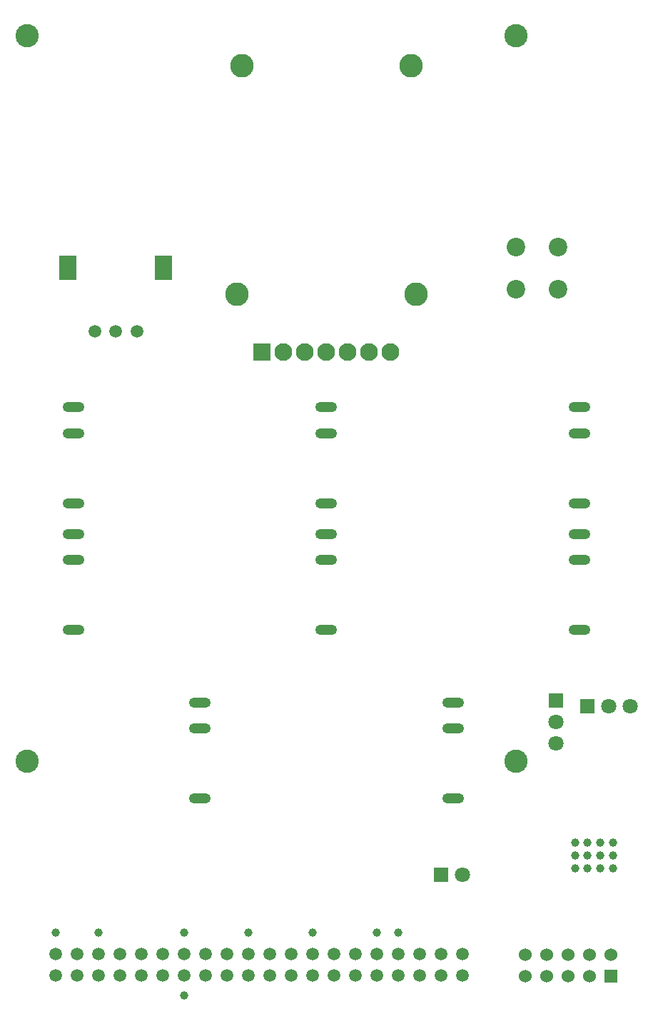
<source format=gbs>
%TF.GenerationSoftware,KiCad,Pcbnew,6.0.10-86aedd382b~118~ubuntu22.04.1*%
%TF.CreationDate,2023-01-11T08:47:55-08:00*%
%TF.ProjectId,shield,73686965-6c64-42e6-9b69-6361645f7063,rev?*%
%TF.SameCoordinates,Original*%
%TF.FileFunction,Soldermask,Bot*%
%TF.FilePolarity,Negative*%
%FSLAX46Y46*%
G04 Gerber Fmt 4.6, Leading zero omitted, Abs format (unit mm)*
G04 Created by KiCad (PCBNEW 6.0.10-86aedd382b~118~ubuntu22.04.1) date 2023-01-11 08:47:55*
%MOMM*%
%LPD*%
G01*
G04 APERTURE LIST*
%ADD10C,2.760000*%
%ADD11O,2.600000X1.200000*%
%ADD12R,1.800000X1.800000*%
%ADD13C,1.800000*%
%ADD14C,2.800000*%
%ADD15R,2.100000X2.100000*%
%ADD16C,2.100000*%
%ADD17C,1.000000*%
%ADD18R,2.000000X3.000000*%
%ADD19C,1.500000*%
%ADD20C,2.200000*%
%ADD21R,1.524000X1.524000*%
%ADD22C,1.524000*%
G04 APERTURE END LIST*
D10*
X82500000Y-130500000D03*
X24500000Y-44500000D03*
X24500000Y-130500000D03*
X82500000Y-44500000D03*
D11*
X45000000Y-123520000D03*
X45000000Y-126620000D03*
X45000000Y-134920000D03*
D12*
X87200000Y-123290000D03*
D13*
X87200000Y-125830000D03*
X87200000Y-128370000D03*
D14*
X49400000Y-75100000D03*
X70600000Y-75100000D03*
X70000000Y-48000000D03*
X50000000Y-48000000D03*
D15*
X52380000Y-82000000D03*
D16*
X54920000Y-82000000D03*
X57460000Y-82000000D03*
X60000000Y-82000000D03*
X62540000Y-82000000D03*
X65080000Y-82000000D03*
X67620000Y-82000000D03*
D12*
X90960000Y-123950000D03*
D13*
X93500000Y-123950000D03*
X96040000Y-123950000D03*
D11*
X60000000Y-88520000D03*
X60000000Y-91620000D03*
X60000000Y-99920000D03*
X60000000Y-103520000D03*
X60000000Y-106620000D03*
X60000000Y-114920000D03*
D17*
X92490000Y-143150000D03*
X89490000Y-143150000D03*
X90990000Y-140150000D03*
X92490000Y-140150000D03*
X90990000Y-143150000D03*
X89490000Y-141650000D03*
X93990000Y-140150000D03*
X93990000Y-143150000D03*
X93990000Y-141650000D03*
X92490000Y-141650000D03*
X90990000Y-141650000D03*
X89490000Y-140150000D03*
D11*
X90000000Y-88520000D03*
X90000000Y-91620000D03*
X90000000Y-99920000D03*
D12*
X73580000Y-143950000D03*
D13*
X76120000Y-143950000D03*
D11*
X30000000Y-88520000D03*
X30000000Y-91620000D03*
X30000000Y-99920000D03*
X75000000Y-123520000D03*
X75000000Y-126620000D03*
X75000000Y-134920000D03*
X30000000Y-103520000D03*
X30000000Y-106620000D03*
X30000000Y-114920000D03*
D18*
X40700000Y-72000000D03*
X29300000Y-72000000D03*
D19*
X32500000Y-79500000D03*
X35000000Y-79500000D03*
X37500000Y-79500000D03*
D20*
X82500000Y-69500000D03*
X87500000Y-69500000D03*
X82500000Y-74500000D03*
X87500000Y-74500000D03*
D11*
X90000000Y-103520000D03*
X90000000Y-106620000D03*
X90000000Y-114920000D03*
D17*
X43100000Y-158250000D03*
X43100000Y-150800000D03*
X58350000Y-150800000D03*
D21*
X93760000Y-155960000D03*
D22*
X93760000Y-153420000D03*
X91220000Y-155960000D03*
X91220000Y-153420000D03*
X88680000Y-155960000D03*
X88680000Y-153420000D03*
X86140000Y-155960000D03*
X86140000Y-153420000D03*
X83600000Y-155960000D03*
X83600000Y-153420000D03*
D17*
X66000000Y-150800000D03*
D19*
X76130000Y-155875000D03*
X76130000Y-153335000D03*
X73590000Y-155875000D03*
X73590000Y-153335000D03*
X71050000Y-155875000D03*
X71050000Y-153335000D03*
X68510000Y-155875000D03*
X68510000Y-153335000D03*
X65970000Y-155875000D03*
X65970000Y-153335000D03*
X63430000Y-155875000D03*
X63430000Y-153335000D03*
X60890000Y-155875000D03*
X60890000Y-153335000D03*
X58350000Y-155875000D03*
X58350000Y-153335000D03*
X55810000Y-155875000D03*
X55810000Y-153335000D03*
X53270000Y-155875000D03*
X53270000Y-153335000D03*
X50730000Y-155875000D03*
X50730000Y-153335000D03*
X48190000Y-155875000D03*
X48190000Y-153335000D03*
X45650000Y-155875000D03*
X45650000Y-153335000D03*
X43110000Y-155875000D03*
X43110000Y-153335000D03*
X40570000Y-155875000D03*
X40570000Y-153335000D03*
X38030000Y-155875000D03*
X38030000Y-153335000D03*
X35490000Y-155875000D03*
X35490000Y-153335000D03*
X32950000Y-155875000D03*
X32950000Y-153335000D03*
X30410000Y-155875000D03*
X30410000Y-153335000D03*
X27870000Y-155875000D03*
X27870000Y-153335000D03*
D17*
X68550000Y-150800000D03*
X32950000Y-150800000D03*
X27900000Y-150800000D03*
X50750000Y-150800000D03*
M02*

</source>
